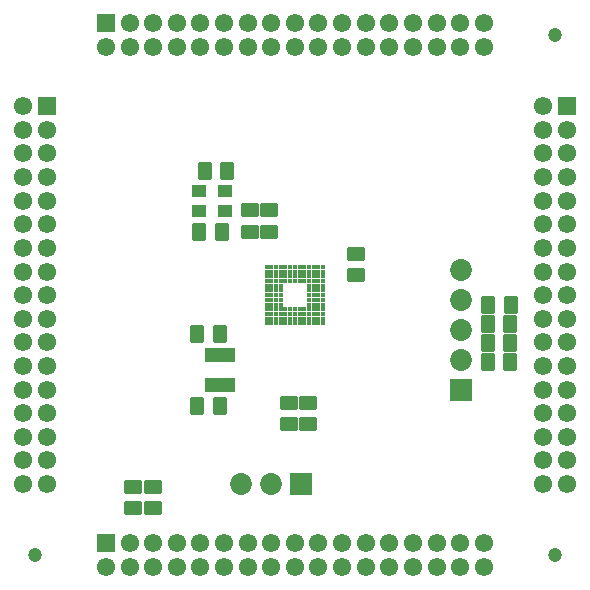
<source format=gts>
G04*
G04 #@! TF.GenerationSoftware,Altium Limited,Altium Designer,21.4.1 (30)*
G04*
G04 Layer_Color=8388736*
%FSLAX44Y44*%
%MOMM*%
G71*
G04*
G04 #@! TF.SameCoordinates,32E730F9-F919-4429-9A71-2B0F18EA1AEE*
G04*
G04*
G04 #@! TF.FilePolarity,Negative*
G04*
G01*
G75*
%ADD31R,2.6524X1.1524*%
%ADD32R,1.3000X1.1000*%
G04:AMPARAMS|DCode=33|XSize=1.1774mm|YSize=1.5524mm|CornerRadius=0.1992mm|HoleSize=0mm|Usage=FLASHONLY|Rotation=270.000|XOffset=0mm|YOffset=0mm|HoleType=Round|Shape=RoundedRectangle|*
%AMROUNDEDRECTD33*
21,1,1.1774,1.1540,0,0,270.0*
21,1,0.7790,1.5524,0,0,270.0*
1,1,0.3984,-0.5770,-0.3895*
1,1,0.3984,-0.5770,0.3895*
1,1,0.3984,0.5770,0.3895*
1,1,0.3984,0.5770,-0.3895*
%
%ADD33ROUNDEDRECTD33*%
G04:AMPARAMS|DCode=34|XSize=1.1774mm|YSize=1.5524mm|CornerRadius=0.1992mm|HoleSize=0mm|Usage=FLASHONLY|Rotation=0.000|XOffset=0mm|YOffset=0mm|HoleType=Round|Shape=RoundedRectangle|*
%AMROUNDEDRECTD34*
21,1,1.1774,1.1540,0,0,0.0*
21,1,0.7790,1.5524,0,0,0.0*
1,1,0.3984,0.3895,-0.5770*
1,1,0.3984,-0.3895,-0.5770*
1,1,0.3984,-0.3895,0.5770*
1,1,0.3984,0.3895,0.5770*
%
%ADD34ROUNDEDRECTD34*%
G04:AMPARAMS|DCode=35|XSize=1.1524mm|YSize=1.6024mm|CornerRadius=0.2012mm|HoleSize=0mm|Usage=FLASHONLY|Rotation=270.000|XOffset=0mm|YOffset=0mm|HoleType=Round|Shape=RoundedRectangle|*
%AMROUNDEDRECTD35*
21,1,1.1524,1.2000,0,0,270.0*
21,1,0.7500,1.6024,0,0,270.0*
1,1,0.4024,-0.6000,-0.3750*
1,1,0.4024,-0.6000,0.3750*
1,1,0.4024,0.6000,0.3750*
1,1,0.4024,0.6000,-0.3750*
%
%ADD35ROUNDEDRECTD35*%
G04:AMPARAMS|DCode=36|XSize=1.1524mm|YSize=1.6024mm|CornerRadius=0.2012mm|HoleSize=0mm|Usage=FLASHONLY|Rotation=0.000|XOffset=0mm|YOffset=0mm|HoleType=Round|Shape=RoundedRectangle|*
%AMROUNDEDRECTD36*
21,1,1.1524,1.2000,0,0,0.0*
21,1,0.7500,1.6024,0,0,0.0*
1,1,0.4024,0.3750,-0.6000*
1,1,0.4024,-0.3750,-0.6000*
1,1,0.4024,-0.3750,0.6000*
1,1,0.4024,0.3750,0.6000*
%
%ADD36ROUNDEDRECTD36*%
%ADD37C,0.3814*%
%ADD38C,1.2032*%
%ADD39R,1.5524X1.5524*%
%ADD40C,1.5524*%
%ADD41R,1.5524X1.5524*%
G04:AMPARAMS|DCode=42|XSize=1.8524mm|YSize=1.8524mm|CornerRadius=0.9262mm|HoleSize=0mm|Usage=FLASHONLY|Rotation=270.000|XOffset=0mm|YOffset=0mm|HoleType=Round|Shape=RoundedRectangle|*
%AMROUNDEDRECTD42*
21,1,1.8524,0.0000,0,0,270.0*
21,1,0.0000,1.8524,0,0,270.0*
1,1,1.8524,0.0000,0.0000*
1,1,1.8524,0.0000,0.0000*
1,1,1.8524,0.0000,0.0000*
1,1,1.8524,0.0000,0.0000*
%
%ADD42ROUNDEDRECTD42*%
%ADD43R,1.8524X1.8524*%
G04:AMPARAMS|DCode=44|XSize=1.8524mm|YSize=1.8524mm|CornerRadius=0.9262mm|HoleSize=0mm|Usage=FLASHONLY|Rotation=180.000|XOffset=0mm|YOffset=0mm|HoleType=Round|Shape=RoundedRectangle|*
%AMROUNDEDRECTD44*
21,1,1.8524,0.0000,0,0,180.0*
21,1,0.0000,1.8524,0,0,180.0*
1,1,1.8524,0.0000,0.0000*
1,1,1.8524,0.0000,0.0000*
1,1,1.8524,0.0000,0.0000*
1,1,1.8524,0.0000,0.0000*
%
%ADD44ROUNDEDRECTD44*%
%ADD45R,1.8524X1.8524*%
D31*
X186500Y173800D02*
D03*
Y199200D02*
D03*
D32*
X191150Y321510D02*
D03*
X169150Y338510D02*
D03*
X191150D02*
D03*
X169150Y321510D02*
D03*
D33*
X261430Y158795D02*
D03*
Y140545D02*
D03*
X244920Y140545D02*
D03*
Y158795D02*
D03*
X228410Y303405D02*
D03*
Y321655D02*
D03*
X302070Y285155D02*
D03*
Y266905D02*
D03*
X130000Y69660D02*
D03*
Y87910D02*
D03*
X112840D02*
D03*
Y69660D02*
D03*
D34*
X431845Y209360D02*
D03*
X413595D02*
D03*
X431845Y225870D02*
D03*
X413595D02*
D03*
X431845Y193170D02*
D03*
X413595D02*
D03*
D35*
X211900Y303405D02*
D03*
Y322405D02*
D03*
D36*
X186500Y156020D02*
D03*
X167500D02*
D03*
Y216980D02*
D03*
X186500D02*
D03*
X192900Y355410D02*
D03*
X173900D02*
D03*
X413595Y242060D02*
D03*
X432595D02*
D03*
X169150Y303340D02*
D03*
X188150D02*
D03*
D37*
X274000Y226000D02*
D03*
X270000D02*
D03*
X266000D02*
D03*
X262000D02*
D03*
X258000D02*
D03*
X254000D02*
D03*
X250000D02*
D03*
X246000D02*
D03*
X242000D02*
D03*
X238000D02*
D03*
X234000D02*
D03*
X230000D02*
D03*
X226000D02*
D03*
X274000Y230000D02*
D03*
X270000D02*
D03*
X266000D02*
D03*
X262000D02*
D03*
X258000D02*
D03*
X254000D02*
D03*
X250000D02*
D03*
X246000D02*
D03*
X242000D02*
D03*
X238000D02*
D03*
X234000D02*
D03*
X230000D02*
D03*
X226000D02*
D03*
X274000Y234000D02*
D03*
X270000D02*
D03*
X266000D02*
D03*
X262000D02*
D03*
X258000D02*
D03*
X254000D02*
D03*
X250000D02*
D03*
X246000D02*
D03*
X242000D02*
D03*
X238000D02*
D03*
X234000D02*
D03*
X230000D02*
D03*
X226000D02*
D03*
X274000Y238000D02*
D03*
X270000D02*
D03*
X266000D02*
D03*
X262000D02*
D03*
X258000D02*
D03*
X254000D02*
D03*
X250000D02*
D03*
X246000D02*
D03*
X242000D02*
D03*
X238000D02*
D03*
X234000D02*
D03*
X230000D02*
D03*
X226000D02*
D03*
X274000Y242000D02*
D03*
X270000D02*
D03*
X266000D02*
D03*
X262000D02*
D03*
X238000D02*
D03*
X234000D02*
D03*
X230000D02*
D03*
X226000D02*
D03*
X274000Y246000D02*
D03*
X270000D02*
D03*
X266000D02*
D03*
X262000D02*
D03*
X238000D02*
D03*
X234000D02*
D03*
X230000D02*
D03*
X226000D02*
D03*
X274000Y250000D02*
D03*
X270000D02*
D03*
X266000D02*
D03*
X262000D02*
D03*
X238000D02*
D03*
X234000D02*
D03*
X230000D02*
D03*
X226000D02*
D03*
X274000Y254000D02*
D03*
X270000D02*
D03*
X266000D02*
D03*
X262000D02*
D03*
X238000D02*
D03*
X234000D02*
D03*
X230000D02*
D03*
X226000D02*
D03*
X274000Y258000D02*
D03*
X270000D02*
D03*
X266000D02*
D03*
X262000D02*
D03*
X238000D02*
D03*
X234000D02*
D03*
X230000D02*
D03*
X226000D02*
D03*
X274000Y262000D02*
D03*
X270000D02*
D03*
X266000D02*
D03*
X262000D02*
D03*
X258000D02*
D03*
X254000D02*
D03*
X250000D02*
D03*
X246000D02*
D03*
X242000D02*
D03*
X238000D02*
D03*
X234000D02*
D03*
X230000D02*
D03*
X226000D02*
D03*
X274000Y266000D02*
D03*
X270000D02*
D03*
X266000D02*
D03*
X262000D02*
D03*
X258000D02*
D03*
X254000D02*
D03*
X250000D02*
D03*
X246000D02*
D03*
X242000D02*
D03*
X238000D02*
D03*
X234000D02*
D03*
X226000D02*
D03*
X274000Y270000D02*
D03*
X270000D02*
D03*
X266000D02*
D03*
X262000D02*
D03*
X258000D02*
D03*
X254000D02*
D03*
X250000D02*
D03*
X246000D02*
D03*
X242000D02*
D03*
X238000D02*
D03*
X234000D02*
D03*
X230000D02*
D03*
X226000D02*
D03*
X274000Y274000D02*
D03*
X270000D02*
D03*
X266000D02*
D03*
X262000D02*
D03*
X258000D02*
D03*
X254000D02*
D03*
X250000D02*
D03*
X246000D02*
D03*
X242000D02*
D03*
X238000D02*
D03*
X234000D02*
D03*
X230000D02*
D03*
X226000D02*
D03*
X230000Y266000D02*
D03*
D38*
X470000Y30000D02*
D03*
X30000D02*
D03*
X470000Y470000D02*
D03*
D39*
X40000Y410000D02*
D03*
X480000D02*
D03*
D40*
X20000D02*
D03*
X40000Y390000D02*
D03*
X20000D02*
D03*
X40000Y370000D02*
D03*
X20000D02*
D03*
X40000Y350000D02*
D03*
X20000D02*
D03*
X40000Y330000D02*
D03*
X20000D02*
D03*
X40000Y310000D02*
D03*
X20000D02*
D03*
X40000Y290000D02*
D03*
X20000D02*
D03*
X40000Y270000D02*
D03*
X20000D02*
D03*
X40000Y250000D02*
D03*
X20000D02*
D03*
X40000Y230000D02*
D03*
X20000D02*
D03*
X40000Y210000D02*
D03*
X20000D02*
D03*
X40000Y190000D02*
D03*
X20000D02*
D03*
X40000Y170000D02*
D03*
X20000D02*
D03*
X40000Y150000D02*
D03*
X20000D02*
D03*
X40000Y130000D02*
D03*
X20000D02*
D03*
X40000Y110000D02*
D03*
X20000D02*
D03*
X40000Y90000D02*
D03*
X20000D02*
D03*
X410000Y460000D02*
D03*
Y480000D02*
D03*
X390000Y460000D02*
D03*
Y480000D02*
D03*
X370000Y460000D02*
D03*
Y480000D02*
D03*
X350000Y460000D02*
D03*
Y480000D02*
D03*
X330000Y460000D02*
D03*
Y480000D02*
D03*
X310000Y460000D02*
D03*
Y480000D02*
D03*
X290000Y460000D02*
D03*
Y480000D02*
D03*
X270000Y460000D02*
D03*
Y480000D02*
D03*
X250000Y460000D02*
D03*
Y480000D02*
D03*
X230000Y460000D02*
D03*
Y480000D02*
D03*
X210000Y460000D02*
D03*
Y480000D02*
D03*
X190000Y460000D02*
D03*
Y480000D02*
D03*
X170000Y460000D02*
D03*
Y480000D02*
D03*
X150000Y460000D02*
D03*
Y480000D02*
D03*
X130000Y460000D02*
D03*
Y480000D02*
D03*
X110000Y460000D02*
D03*
Y480000D02*
D03*
X90000Y460000D02*
D03*
X460000Y410000D02*
D03*
X480000Y390000D02*
D03*
X460000D02*
D03*
X480000Y370000D02*
D03*
X460000D02*
D03*
X480000Y350000D02*
D03*
X460000D02*
D03*
X480000Y330000D02*
D03*
X460000D02*
D03*
X480000Y310000D02*
D03*
X460000D02*
D03*
X480000Y290000D02*
D03*
X460000D02*
D03*
X480000Y270000D02*
D03*
X460000D02*
D03*
X480000Y250000D02*
D03*
X460000D02*
D03*
X480000Y230000D02*
D03*
X460000D02*
D03*
X480000Y210000D02*
D03*
X460000D02*
D03*
X480000Y190000D02*
D03*
X460000D02*
D03*
X480000Y170000D02*
D03*
X460000D02*
D03*
X480000Y150000D02*
D03*
X460000D02*
D03*
X480000Y130000D02*
D03*
X460000D02*
D03*
X480000Y110000D02*
D03*
X460000D02*
D03*
X480000Y90000D02*
D03*
X460000D02*
D03*
X410000Y20000D02*
D03*
Y40000D02*
D03*
X390000Y20000D02*
D03*
Y40000D02*
D03*
X370000Y20000D02*
D03*
Y40000D02*
D03*
X350000Y20000D02*
D03*
Y40000D02*
D03*
X330000Y20000D02*
D03*
Y40000D02*
D03*
X310000Y20000D02*
D03*
Y40000D02*
D03*
X290000Y20000D02*
D03*
Y40000D02*
D03*
X270000Y20000D02*
D03*
Y40000D02*
D03*
X250000Y20000D02*
D03*
Y40000D02*
D03*
X230000Y20000D02*
D03*
Y40000D02*
D03*
X210000Y20000D02*
D03*
Y40000D02*
D03*
X190000Y20000D02*
D03*
Y40000D02*
D03*
X170000Y20000D02*
D03*
Y40000D02*
D03*
X150000Y20000D02*
D03*
Y40000D02*
D03*
X130000Y20000D02*
D03*
Y40000D02*
D03*
X110000Y20000D02*
D03*
Y40000D02*
D03*
X90000Y20000D02*
D03*
D41*
Y480000D02*
D03*
Y40000D02*
D03*
D42*
X204280Y89980D02*
D03*
X229680D02*
D03*
D43*
X255080D02*
D03*
D44*
X390970Y271590D02*
D03*
Y246190D02*
D03*
Y220790D02*
D03*
Y195390D02*
D03*
D45*
Y169990D02*
D03*
M02*

</source>
